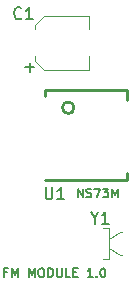
<source format=gto>
G04 #@! TF.FileFunction,Legend,Top*
%FSLAX46Y46*%
G04 Gerber Fmt 4.6, Leading zero omitted, Abs format (unit mm)*
G04 Created by KiCad (PCBNEW 4.0.6-e0-6349~52~ubuntu16.10.1) date Wed May  3 13:22:09 2017*
%MOMM*%
%LPD*%
G01*
G04 APERTURE LIST*
%ADD10C,0.100000*%
%ADD11C,0.187500*%
%ADD12C,0.250000*%
%ADD13C,0.120000*%
%ADD14C,0.150000*%
G04 APERTURE END LIST*
D10*
D11*
X124332142Y-106446429D02*
X124082142Y-106446429D01*
X124082142Y-106839286D02*
X124082142Y-106089286D01*
X124439285Y-106089286D01*
X124724999Y-106839286D02*
X124724999Y-106089286D01*
X124974999Y-106625000D01*
X125224999Y-106089286D01*
X125224999Y-106839286D01*
X126153571Y-106839286D02*
X126153571Y-106089286D01*
X126403571Y-106625000D01*
X126653571Y-106089286D01*
X126653571Y-106839286D01*
X127153572Y-106089286D02*
X127296429Y-106089286D01*
X127367857Y-106125000D01*
X127439286Y-106196429D01*
X127475000Y-106339286D01*
X127475000Y-106589286D01*
X127439286Y-106732143D01*
X127367857Y-106803571D01*
X127296429Y-106839286D01*
X127153572Y-106839286D01*
X127082143Y-106803571D01*
X127010714Y-106732143D01*
X126975000Y-106589286D01*
X126975000Y-106339286D01*
X127010714Y-106196429D01*
X127082143Y-106125000D01*
X127153572Y-106089286D01*
X127796428Y-106839286D02*
X127796428Y-106089286D01*
X127975000Y-106089286D01*
X128082143Y-106125000D01*
X128153571Y-106196429D01*
X128189286Y-106267857D01*
X128225000Y-106410714D01*
X128225000Y-106517857D01*
X128189286Y-106660714D01*
X128153571Y-106732143D01*
X128082143Y-106803571D01*
X127975000Y-106839286D01*
X127796428Y-106839286D01*
X128546428Y-106089286D02*
X128546428Y-106696429D01*
X128582143Y-106767857D01*
X128617857Y-106803571D01*
X128689286Y-106839286D01*
X128832143Y-106839286D01*
X128903571Y-106803571D01*
X128939286Y-106767857D01*
X128975000Y-106696429D01*
X128975000Y-106089286D01*
X129689285Y-106839286D02*
X129332142Y-106839286D01*
X129332142Y-106089286D01*
X129939285Y-106446429D02*
X130189285Y-106446429D01*
X130296428Y-106839286D02*
X129939285Y-106839286D01*
X129939285Y-106089286D01*
X130296428Y-106089286D01*
X131582143Y-106839286D02*
X131153571Y-106839286D01*
X131367857Y-106839286D02*
X131367857Y-106089286D01*
X131296428Y-106196429D01*
X131225000Y-106267857D01*
X131153571Y-106303571D01*
X131903571Y-106767857D02*
X131939286Y-106803571D01*
X131903571Y-106839286D01*
X131867857Y-106803571D01*
X131903571Y-106767857D01*
X131903571Y-106839286D01*
X132403572Y-106089286D02*
X132475000Y-106089286D01*
X132546429Y-106125000D01*
X132582143Y-106160714D01*
X132617857Y-106232143D01*
X132653572Y-106375000D01*
X132653572Y-106553571D01*
X132617857Y-106696429D01*
X132582143Y-106767857D01*
X132546429Y-106803571D01*
X132475000Y-106839286D01*
X132403572Y-106839286D01*
X132332143Y-106803571D01*
X132296429Y-106767857D01*
X132260714Y-106696429D01*
X132225000Y-106553571D01*
X132225000Y-106375000D01*
X132260714Y-106232143D01*
X132296429Y-106160714D01*
X132332143Y-106125000D01*
X132403572Y-106089286D01*
X130285714Y-100089286D02*
X130285714Y-99339286D01*
X130714286Y-100089286D01*
X130714286Y-99339286D01*
X131035714Y-100053571D02*
X131142857Y-100089286D01*
X131321428Y-100089286D01*
X131392857Y-100053571D01*
X131428571Y-100017857D01*
X131464286Y-99946429D01*
X131464286Y-99875000D01*
X131428571Y-99803571D01*
X131392857Y-99767857D01*
X131321428Y-99732143D01*
X131178571Y-99696429D01*
X131107143Y-99660714D01*
X131071428Y-99625000D01*
X131035714Y-99553571D01*
X131035714Y-99482143D01*
X131071428Y-99410714D01*
X131107143Y-99375000D01*
X131178571Y-99339286D01*
X131357143Y-99339286D01*
X131464286Y-99375000D01*
X131714286Y-99339286D02*
X132214286Y-99339286D01*
X131892857Y-100089286D01*
X132428572Y-99339286D02*
X132892858Y-99339286D01*
X132642858Y-99625000D01*
X132750000Y-99625000D01*
X132821429Y-99660714D01*
X132857143Y-99696429D01*
X132892858Y-99767857D01*
X132892858Y-99946429D01*
X132857143Y-100017857D01*
X132821429Y-100053571D01*
X132750000Y-100089286D01*
X132535715Y-100089286D01*
X132464286Y-100053571D01*
X132428572Y-100017857D01*
X133214286Y-100089286D02*
X133214286Y-99339286D01*
X133464286Y-99875000D01*
X133714286Y-99339286D01*
X133714286Y-100089286D01*
D12*
X129994975Y-92500000D02*
G75*
G03X129994975Y-92500000I-494975J0D01*
G01*
X127500000Y-91000000D02*
X127500000Y-91500000D01*
X134500000Y-91000000D02*
X127500000Y-91000000D01*
X134500000Y-91850000D02*
X134500000Y-91000000D01*
X134500000Y-98650000D02*
X134500000Y-98000000D01*
X127500000Y-98650000D02*
X134500000Y-98650000D01*
D13*
X131290000Y-84700000D02*
X131290000Y-85870000D01*
X131290000Y-89270000D02*
X131290000Y-88100000D01*
X126710000Y-88510000D02*
X126710000Y-88100000D01*
X126710000Y-85460000D02*
X126710000Y-85870000D01*
X127480000Y-84700000D02*
X131290000Y-84700000D01*
X127480000Y-84700000D02*
X126710000Y-85460000D01*
X127480000Y-89270000D02*
X131290000Y-89270000D01*
X127480000Y-89270000D02*
X126710000Y-88510000D01*
X132450000Y-102700000D02*
X132950000Y-102700000D01*
X132950000Y-102700000D02*
X132950000Y-105300000D01*
X132950000Y-105300000D02*
X132450000Y-105300000D01*
X132950000Y-103650000D02*
X133850000Y-103050000D01*
X133850000Y-103050000D02*
X134050000Y-103050000D01*
X132950000Y-104350000D02*
X133850000Y-104950000D01*
X133850000Y-104950000D02*
X134050000Y-104950000D01*
D14*
X127588095Y-99252381D02*
X127588095Y-100061905D01*
X127635714Y-100157143D01*
X127683333Y-100204762D01*
X127778571Y-100252381D01*
X127969048Y-100252381D01*
X128064286Y-100204762D01*
X128111905Y-100157143D01*
X128159524Y-100061905D01*
X128159524Y-99252381D01*
X129159524Y-100252381D02*
X128588095Y-100252381D01*
X128873809Y-100252381D02*
X128873809Y-99252381D01*
X128778571Y-99395238D01*
X128683333Y-99490476D01*
X128588095Y-99538095D01*
X125533334Y-84907143D02*
X125485715Y-84954762D01*
X125342858Y-85002381D01*
X125247620Y-85002381D01*
X125104762Y-84954762D01*
X125009524Y-84859524D01*
X124961905Y-84764286D01*
X124914286Y-84573810D01*
X124914286Y-84430952D01*
X124961905Y-84240476D01*
X125009524Y-84145238D01*
X125104762Y-84050000D01*
X125247620Y-84002381D01*
X125342858Y-84002381D01*
X125485715Y-84050000D01*
X125533334Y-84097619D01*
X126485715Y-85002381D02*
X125914286Y-85002381D01*
X126200000Y-85002381D02*
X126200000Y-84002381D01*
X126104762Y-84145238D01*
X126009524Y-84240476D01*
X125914286Y-84288095D01*
X125839048Y-89061429D02*
X126600953Y-89061429D01*
X126220001Y-89442381D02*
X126220001Y-88680476D01*
X131723809Y-101826190D02*
X131723809Y-102302381D01*
X131390476Y-101302381D02*
X131723809Y-101826190D01*
X132057143Y-101302381D01*
X132914286Y-102302381D02*
X132342857Y-102302381D01*
X132628571Y-102302381D02*
X132628571Y-101302381D01*
X132533333Y-101445238D01*
X132438095Y-101540476D01*
X132342857Y-101588095D01*
M02*

</source>
